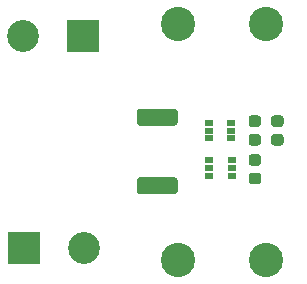
<source format=gts>
%TF.GenerationSoftware,KiCad,Pcbnew,5.1.6-c6e7f7d~87~ubuntu18.04.1*%
%TF.CreationDate,2020-08-03T15:12:15+01:00*%
%TF.ProjectId,current_sense,63757272-656e-4745-9f73-656e73652e6b,rev?*%
%TF.SameCoordinates,Original*%
%TF.FileFunction,Soldermask,Top*%
%TF.FilePolarity,Negative*%
%FSLAX46Y46*%
G04 Gerber Fmt 4.6, Leading zero omitted, Abs format (unit mm)*
G04 Created by KiCad (PCBNEW 5.1.6-c6e7f7d~87~ubuntu18.04.1) date 2020-08-03 15:12:15*
%MOMM*%
%LPD*%
G01*
G04 APERTURE LIST*
%ADD10C,2.900000*%
%ADD11R,0.750000X0.500000*%
%ADD12C,2.700000*%
%ADD13R,2.700000X2.700000*%
G04 APERTURE END LIST*
D10*
%TO.C,TP4*%
X130000000Y-100000000D03*
%TD*%
%TO.C,TP3*%
X137500000Y-80000000D03*
%TD*%
%TO.C,TP2*%
X137500000Y-100000000D03*
%TD*%
%TO.C,TP1*%
X130000000Y-80000000D03*
%TD*%
D11*
%TO.C,U2*%
X132654000Y-92852000D03*
X132654000Y-91552000D03*
X134554000Y-92202000D03*
X132654000Y-92202000D03*
X134554000Y-91552000D03*
X134554000Y-92852000D03*
%TD*%
%TO.C,C3*%
G36*
G01*
X136243750Y-92603500D02*
X136806250Y-92603500D01*
G75*
G02*
X137050000Y-92847250I0J-243750D01*
G01*
X137050000Y-93334750D01*
G75*
G02*
X136806250Y-93578500I-243750J0D01*
G01*
X136243750Y-93578500D01*
G75*
G02*
X136000000Y-93334750I0J243750D01*
G01*
X136000000Y-92847250D01*
G75*
G02*
X136243750Y-92603500I243750J0D01*
G01*
G37*
G36*
G01*
X136243750Y-91028500D02*
X136806250Y-91028500D01*
G75*
G02*
X137050000Y-91272250I0J-243750D01*
G01*
X137050000Y-91759750D01*
G75*
G02*
X136806250Y-92003500I-243750J0D01*
G01*
X136243750Y-92003500D01*
G75*
G02*
X136000000Y-91759750I0J243750D01*
G01*
X136000000Y-91272250D01*
G75*
G02*
X136243750Y-91028500I243750J0D01*
G01*
G37*
%TD*%
%TO.C,U1*%
X132611800Y-89677000D03*
X132611800Y-88377000D03*
X134511800Y-89027000D03*
X132611800Y-89027000D03*
X134511800Y-88377000D03*
X134511800Y-89677000D03*
%TD*%
%TO.C,R1*%
G36*
G01*
X129726482Y-88630000D02*
X126813518Y-88630000D01*
G75*
G02*
X126545000Y-88361482I0J268518D01*
G01*
X126545000Y-87448518D01*
G75*
G02*
X126813518Y-87180000I268518J0D01*
G01*
X129726482Y-87180000D01*
G75*
G02*
X129995000Y-87448518I0J-268518D01*
G01*
X129995000Y-88361482D01*
G75*
G02*
X129726482Y-88630000I-268518J0D01*
G01*
G37*
G36*
G01*
X129726482Y-94430000D02*
X126813518Y-94430000D01*
G75*
G02*
X126545000Y-94161482I0J268518D01*
G01*
X126545000Y-93248518D01*
G75*
G02*
X126813518Y-92980000I268518J0D01*
G01*
X129726482Y-92980000D01*
G75*
G02*
X129995000Y-93248518I0J-268518D01*
G01*
X129995000Y-94161482D01*
G75*
G02*
X129726482Y-94430000I-268518J0D01*
G01*
G37*
%TD*%
D12*
%TO.C,J2*%
X122080000Y-99000000D03*
D13*
X117000000Y-99000000D03*
%TD*%
D12*
%TO.C,J1*%
X116920000Y-81000000D03*
D13*
X122000000Y-81000000D03*
%TD*%
%TO.C,C2*%
G36*
G01*
X136243750Y-89327000D02*
X136806250Y-89327000D01*
G75*
G02*
X137050000Y-89570750I0J-243750D01*
G01*
X137050000Y-90058250D01*
G75*
G02*
X136806250Y-90302000I-243750J0D01*
G01*
X136243750Y-90302000D01*
G75*
G02*
X136000000Y-90058250I0J243750D01*
G01*
X136000000Y-89570750D01*
G75*
G02*
X136243750Y-89327000I243750J0D01*
G01*
G37*
G36*
G01*
X136243750Y-87752000D02*
X136806250Y-87752000D01*
G75*
G02*
X137050000Y-87995750I0J-243750D01*
G01*
X137050000Y-88483250D01*
G75*
G02*
X136806250Y-88727000I-243750J0D01*
G01*
X136243750Y-88727000D01*
G75*
G02*
X136000000Y-88483250I0J243750D01*
G01*
X136000000Y-87995750D01*
G75*
G02*
X136243750Y-87752000I243750J0D01*
G01*
G37*
%TD*%
%TO.C,C1*%
G36*
G01*
X138148750Y-89327000D02*
X138711250Y-89327000D01*
G75*
G02*
X138955000Y-89570750I0J-243750D01*
G01*
X138955000Y-90058250D01*
G75*
G02*
X138711250Y-90302000I-243750J0D01*
G01*
X138148750Y-90302000D01*
G75*
G02*
X137905000Y-90058250I0J243750D01*
G01*
X137905000Y-89570750D01*
G75*
G02*
X138148750Y-89327000I243750J0D01*
G01*
G37*
G36*
G01*
X138148750Y-87752000D02*
X138711250Y-87752000D01*
G75*
G02*
X138955000Y-87995750I0J-243750D01*
G01*
X138955000Y-88483250D01*
G75*
G02*
X138711250Y-88727000I-243750J0D01*
G01*
X138148750Y-88727000D01*
G75*
G02*
X137905000Y-88483250I0J243750D01*
G01*
X137905000Y-87995750D01*
G75*
G02*
X138148750Y-87752000I243750J0D01*
G01*
G37*
%TD*%
M02*

</source>
